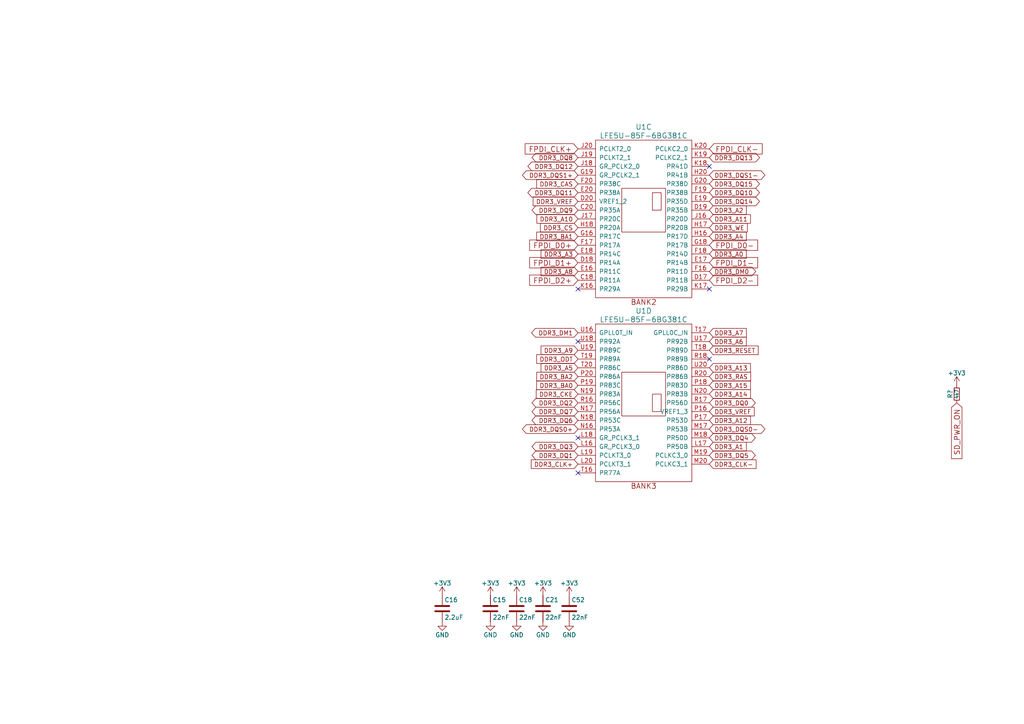
<source format=kicad_sch>
(kicad_sch (version 20231120) (generator "eeschema") (generator_version "8.0")
  (paper "A4")
  (title_block (title "${project_name}") (date "2025-03-12") (rev "${project_version}") (company "${project_creator}") (comment 1 "SDRAM memory") (comment 2 "License: ${project_license}"))
  (lib_symbols
    (symbol "Device:C" (pin_numbers hide) (pin_names (offset 0.254))
      (property "Reference" "C" (at 0.635 2.54 0))
      (property "Value" "C" (at 0.635 -2.54 0))
      (symbol "C_0_1"
        (polyline (pts (xy -2.032 -0.762) (xy 2.032 -0.762)) (stroke (width 0.508)))
        (polyline (pts (xy -2.032 0.762) (xy 2.032 0.762)) (stroke (width 0.508)))
      )
      (symbol "C_1_1"
        (pin passive line (at 0 3.81 270) (length 2.794) (name "~") (number "1"))
        (pin passive line (at 0 -3.81 90) (length 2.794) (name "~") (number "2"))
      )
    )
    (symbol "Device:R_Small" (pin_numbers hide) (pin_names (offset 0.254) hide)
      (property "Reference" "R" (at 0.762 0.508 0))
      (property "Value" "R_Small" (at 0.762 -1.016 0))
      (symbol "R_Small_0_1"
        (rectangle (start -0.762 1.778) (end 0.762 -1.778) (stroke (width 0.2032)))
      )
      (symbol "R_Small_1_1"
        (pin passive line (at 0 2.54 270) (length 0.762) (name "~") (number "1"))
        (pin passive line (at 0 -2.54 90) (length 0.762) (name "~") (number "2"))
      )
    )
    (symbol "lfe5bg381:LFE5UM-85F-6BG381C" (pin_names (offset 1.016))
      (property "Reference" "U" (at 0 24.13 0))
      (property "Value" "LFE5UM-85F-6BG381C" (at 0 21.59 0))
      (symbol "LFE5UM-85F-6BG381C_1_1"
        (rectangle (start -13.97 20.32) (end 13.97 -17.78))
        (rectangle (start -6.35 6.35) (end 6.35 -6.35))
        (rectangle (start -5.08 5.08) (end 0 2.54))
        (text "BANK0" (at 0 -19.05 0) (effects (font (size 1.524 1.524))))
        (pin input line (at -19.05 15.24 0) (length 5.08) (name "PCLKT0_1") (number "A10"))
        (pin input line (at 19.05 15.24 180) (length 5.08) (name "PCLKC0_1") (number "A11"))
        (pin input line (at -19.05 -10.16 0) (length 5.08) (name "PT4A") (number "A6"))
        (pin input line (at -19.05 5.08 0) (length 5.08) (name "PT18A") (number "A7"))
        (pin input line (at 19.05 5.08 180) (length 5.08) (name "PT18B") (number "A8"))
        (pin input line (at -19.05 12.7 0) (length 5.08) (name "GR_PCLK0_1") (number "A9"))
        (pin input line (at 19.05 12.7 180) (length 5.08) (name "GR_PCLK0_0") (number "B10"))
        (pin input line (at -19.05 17.78 0) (length 5.08) (name "PCLKT0_0") (number "B11"))
        (pin input line (at 19.05 -10.16 180) (length 5.08) (name "PT4B") (number "B6"))
        (pin input line (at 19.05 2.54 180) (length 5.08) (name "PT15B") (number "B8"))
        (pin input line (at -19.05 10.16 0) (length 5.08) (name "PT58A") (number "B9"))
        (pin input line (at 19.05 10.16 180) (length 5.08) (name "PT58B") (number "C10"))
        (pin input line (at 19.05 17.78 180) (length 5.08) (name "PCLKC0_0") (number "C11"))
        (pin input line (at -19.05 -2.54 0) (length 5.08) (name "PT11A") (number "C6"))
        (pin input line (at 19.05 -2.54 180) (length 5.08) (name "PT11B") (number "C7"))
        (pin input line (at -19.05 2.54 0) (length 5.08) (name "PT15A") (number "C8"))
        (pin input line (at -19.05 -15.24 0) (length 5.08) (name "PT54A") (number "C9"))
        (pin input line (at -19.05 -12.7 0) (length 5.08) (name "PT56A") (number "D10"))
        (pin input line (at 19.05 -7.62 180) (length 5.08) (name "PT6B") (number "D6"))
        (pin input line (at 19.05 -5.08 180) (length 5.08) (name "PT9B") (number "D7"))
        (pin input line (at 19.05 0 180) (length 5.08) (name "PT13B") (number "D8"))
        (pin input line (at -19.05 7.62 0) (length 5.08) (name "PT20A") (number "D9"))
        (pin input line (at 19.05 -12.7 180) (length 5.08) (name "PT56B") (number "E10"))
        (pin input line (at -19.05 -7.62 0) (length 5.08) (name "PT6A") (number "E6"))
        (pin input line (at -19.05 -5.08 0) (length 5.08) (name "PT9A") (number "E7"))
        (pin input line (at -19.05 0 0) (length 5.08) (name "PT13A") (number "E8"))
        (pin input line (at 19.05 7.62 180) (length 5.08) (name "PT20B") (number "E9"))
      )
      (symbol "LFE5UM-85F-6BG381C_2_0"
        (text "BANK1" (at 0 -26.67 0) (effects (font (size 1.524 1.524))))
      )
      (symbol "LFE5UM-85F-6BG381C_2_1"
        (rectangle (start -13.97 20.32) (end 13.97 -25.4))
        (rectangle (start -6.35 6.35) (end 6.35 -6.35))
        (rectangle (start 0 5.08) (end 5.08 2.54))
        (pin input line (at -19.05 -12.7 0) (length 5.08) (name "PT76A") (number "A12"))
        (pin input line (at 19.05 -12.7 180) (length 5.08) (name "PT76B") (number "A13"))
        (pin input line (at -19.05 -5.08 0) (length 5.08) (name "PT83A") (number "A14"))
        (pin input line (at -19.05 -22.86 0) (length 5.08) (name "PT103A") (number "A15"))
        (pin input line (at -19.05 5.08 0) (length 5.08) (name "PT110A") (number "A16"))
        (pin input line (at -19.05 12.7 0) (length 5.08) (name "PT116A") (number "A17"))
        (pin input line (at -19.05 15.24 0) (length 5.08) (name "PT119A") (number "A18"))
        (pin input line (at -19.05 17.78 0) (length 5.08) (name "PT121A") (number "A19"))
        (pin input line (at -19.05 -17.78 0) (length 5.08) (name "PCLKT1_0") (number "B12"))
        (pin input line (at -19.05 -10.16 0) (length 5.08) (name "PT78A") (number "B13"))
        (pin input line (at -19.05 0 0) (length 5.08) (name "PT105A") (number "B15"))
        (pin input line (at 19.05 5.08 180) (length 5.08) (name "PT110B") (number "B16"))
        (pin input line (at -19.05 10.16 0) (length 5.08) (name "PT114A") (number "B17"))
        (pin input line (at 19.05 12.7 180) (length 5.08) (name "PT116B") (number "B18"))
        (pin input line (at 19.05 15.24 180) (length 5.08) (name "PT119B") (number "B19"))
        (pin input line (at 19.05 17.78 180) (length 5.08) (name "PT121B") (number "B20"))
        (pin input line (at 19.05 -17.78 180) (length 5.08) (name "PCLKC1_0") (number "C12"))
        (pin input line (at 19.05 -10.16 180) (length 5.08) (name "PT78B") (number "C13"))
        (pin input line (at 19.05 -5.08 180) (length 5.08) (name "PT83B") (number "C14"))
        (pin input line (at 19.05 0 180) (length 5.08) (name "PT105B") (number "C15"))
        (pin input line (at -19.05 7.62 0) (length 5.08) (name "PT112A") (number "C16"))
        (pin input line (at 19.05 10.16 180) (length 5.08) (name "PT114B") (number "C17"))
        (pin input line (at -19.05 -20.32 0) (length 5.08) (name "PCLKT1_1") (number "D11"))
        (pin input line (at -19.05 -15.24 0) (length 5.08) (name "GR_PCLK1_0") (number "D12"))
        (pin input line (at -19.05 -7.62 0) (length 5.08) (name "PT80A") (number "D13"))
        (pin input line (at -19.05 -2.54 0) (length 5.08) (name "PT85A") (number "D14"))
        (pin input line (at -19.05 2.54 0) (length 5.08) (name "PT107A") (number "D15"))
        (pin input line (at 19.05 7.62 180) (length 5.08) (name "PT112B") (number "D16"))
        (pin input line (at 19.05 -20.32 180) (length 5.08) (name "PCLKC1_1") (number "E11"))
        (pin input line (at 19.05 -15.24 180) (length 5.08) (name "GR_PCLK1_1") (number "E12"))
        (pin input line (at 19.05 -7.62 180) (length 5.08) (name "PT80B") (number "E13"))
        (pin input line (at 19.05 -2.54 180) (length 5.08) (name "PT85B") (number "E14"))
        (pin input line (at 19.05 2.54 180) (length 5.08) (name "PT107B") (number "E15"))
      )
      (symbol "LFE5UM-85F-6BG381C_3_0"
        (text "BANK2" (at 0 -26.67 0) (effects (font (size 1.524 1.524))))
      )
      (symbol "LFE5UM-85F-6BG381C_3_1"
        (rectangle (start -13.97 20.32) (end 13.97 -25.4))
        (rectangle (start -6.35 6.35) (end 6.35 -6.35))
        (rectangle (start 5.08 5.08) (end 2.54 0))
        (pin input line (at -19.05 -20.32 0) (length 5.08) (name "PR11A") (number "C18"))
        (pin input line (at -19.05 0 0) (length 5.08) (name "PR35A") (number "C20"))
        (pin input line (at 19.05 -20.32 180) (length 5.08) (name "PR11B") (number "D17"))
        (pin input line (at -19.05 -15.24 0) (length 5.08) (name "PR14A") (number "D18"))
        (pin input line (at 19.05 0 180) (length 5.08) (name "PR35B") (number "D19"))
        (pin input line (at -19.05 2.54 0) (length 5.08) (name "VREF1_2") (number "D20"))
        (pin input line (at -19.05 -17.78 0) (length 5.08) (name "PR11C") (number "E16"))
        (pin input line (at 19.05 -15.24 180) (length 5.08) (name "PR14B") (number "E17"))
        (pin input line (at -19.05 -12.7 0) (length 5.08) (name "PR14C") (number "E18"))
        (pin input line (at 19.05 2.54 180) (length 5.08) (name "PR35D") (number "E19"))
        (pin input line (at -19.05 5.08 0) (length 5.08) (name "PR38A") (number "E20"))
        (pin input line (at 19.05 -17.78 180) (length 5.08) (name "PR11D") (number "F16"))
        (pin input line (at -19.05 -10.16 0) (length 5.08) (name "PR17A") (number "F17"))
        (pin input line (at 19.05 -12.7 180) (length 5.08) (name "PR14D") (number "F18"))
        (pin input line (at 19.05 5.08 180) (length 5.08) (name "PR38B") (number "F19"))
        (pin input line (at -19.05 7.62 0) (length 5.08) (name "PR38C") (number "F20"))
        (pin input line (at -19.05 -7.62 0) (length 5.08) (name "PR17C") (number "G16"))
        (pin input line (at 19.05 -10.16 180) (length 5.08) (name "PR17B") (number "G18"))
        (pin input line (at -19.05 10.16 0) (length 5.08) (name "GR_PCLK2_1") (number "G19"))
        (pin input line (at 19.05 7.62 180) (length 5.08) (name "PR38D") (number "G20"))
        (pin input line (at 19.05 -7.62 180) (length 5.08) (name "PR17D") (number "H16"))
        (pin input line (at 19.05 -5.08 180) (length 5.08) (name "PR20B") (number "H17"))
        (pin input line (at -19.05 -5.08 0) (length 5.08) (name "PR20A") (number "H18"))
        (pin input line (at 19.05 10.16 180) (length 5.08) (name "PR41B") (number "H20"))
        (pin input line (at 19.05 -2.54 180) (length 5.08) (name "PR20D") (number "J16"))
        (pin input line (at -19.05 -2.54 0) (length 5.08) (name "PR20C") (number "J17"))
        (pin input line (at -19.05 12.7 0) (length 5.08) (name "GR_PCLK2_0") (number "J18"))
        (pin input line (at -19.05 15.24 0) (length 5.08) (name "PCLKT2_1") (number "J19"))
        (pin input line (at -19.05 17.78 0) (length 5.08) (name "PCLKT2_0") (number "J20"))
        (pin input line (at -19.05 -22.86 0) (length 5.08) (name "PR29A") (number "K16"))
        (pin input line (at 19.05 -22.86 180) (length 5.08) (name "PR29B") (number "K17"))
        (pin input line (at 19.05 12.7 180) (length 5.08) (name "PR41D") (number "K18"))
        (pin input line (at 19.05 15.24 180) (length 5.08) (name "PCLKC2_1") (number "K19"))
        (pin input line (at 19.05 17.78 180) (length 5.08) (name "PCLKC2_0") (number "K20"))
      )
      (symbol "LFE5UM-85F-6BG381C_4_0"
        (text "BANK3" (at 0 -26.67 0) (effects (font (size 1.524 1.524))))
      )
      (symbol "LFE5UM-85F-6BG381C_4_1"
        (rectangle (start -13.97 20.32) (end 13.97 -25.4))
        (rectangle (start -6.35 6.35) (end 6.35 -6.35))
        (rectangle (start 2.54 0) (end 5.08 -5.08))
        (pin input line (at -19.05 -15.24 0) (length 5.08) (name "GR_PCLK3_0") (number "L16"))
        (pin input line (at 19.05 -15.24 180) (length 5.08) (name "PR50B") (number "L17"))
        (pin input line (at -19.05 -12.7 0) (length 5.08) (name "GR_PCLK3_1") (number "L18"))
        (pin input line (at -19.05 -17.78 0) (length 5.08) (name "PCLKT3_0") (number "L19"))
        (pin input line (at -19.05 -20.32 0) (length 5.08) (name "PCLKT3_1") (number "L20"))
        (pin input line (at 19.05 -10.16 180) (length 5.08) (name "PR53B") (number "M17"))
        (pin input line (at 19.05 -12.7 180) (length 5.08) (name "PR50D") (number "M18"))
        (pin input line (at 19.05 -17.78 180) (length 5.08) (name "PCLKC3_0") (number "M19"))
        (pin input line (at 19.05 -20.32 180) (length 5.08) (name "PCLKC3_1") (number "M20"))
        (pin input line (at -19.05 -10.16 0) (length 5.08) (name "PR53A") (number "N16"))
        (pin input line (at -19.05 -5.08 0) (length 5.08) (name "PR56A") (number "N17"))
        (pin input line (at -19.05 -7.62 0) (length 5.08) (name "PR53C") (number "N18"))
        (pin input line (at -19.05 0 0) (length 5.08) (name "PR83A") (number "N19"))
        (pin input line (at 19.05 0 180) (length 5.08) (name "PR83B") (number "N20"))
        (pin input line (at 19.05 -5.08 180) (length 5.08) (name "VREF1_3") (number "P16"))
        (pin input line (at 19.05 -7.62 180) (length 5.08) (name "PR53D") (number "P17"))
        (pin input line (at 19.05 2.54 180) (length 5.08) (name "PR83D") (number "P18"))
        (pin input line (at -19.05 2.54 0) (length 5.08) (name "PR83C") (number "P19"))
        (pin input line (at -19.05 5.08 0) (length 5.08) (name "PR86A") (number "P20"))
        (pin input line (at -19.05 -2.54 0) (length 5.08) (name "PR56C") (number "R16"))
        (pin input line (at 19.05 -2.54 180) (length 5.08) (name "PR56D") (number "R17"))
        (pin input line (at 19.05 10.16 180) (length 5.08) (name "PR89B") (number "R18"))
        (pin input line (at 19.05 5.08 180) (length 5.08) (name "PR86B") (number "R20"))
        (pin input line (at -19.05 -22.86 0) (length 5.08) (name "PR77A") (number "T16"))
        (pin input line (at 19.05 17.78 180) (length 5.08) (name "GPLL0C_IN") (number "T17"))
        (pin input line (at 19.05 12.7 180) (length 5.08) (name "PR89D") (number "T18"))
        (pin input line (at -19.05 10.16 0) (length 5.08) (name "PR89A") (number "T19"))
        (pin input line (at -19.05 7.62 0) (length 5.08) (name "PR86C") (number "T20"))
        (pin input line (at -19.05 17.78 0) (length 5.08) (name "GPLL0T_IN") (number "U16"))
        (pin input line (at 19.05 15.24 180) (length 5.08) (name "PR92B") (number "U17"))
        (pin input line (at -19.05 15.24 0) (length 5.08) (name "PR92A") (number "U18"))
        (pin input line (at -19.05 12.7 0) (length 5.08) (name "PR89C") (number "U19"))
        (pin input line (at 19.05 7.62 180) (length 5.08) (name "PR86D") (number "U20"))
      )
      (symbol "LFE5UM-85F-6BG381C_5_0"
        (text "BANK6" (at 0 -26.67 0) (effects (font (size 1.524 1.524))))
      )
      (symbol "LFE5UM-85F-6BG381C_5_1"
        (rectangle (start -13.97 20.32) (end 13.97 -25.4))
        (rectangle (start -6.35 6.35) (end 6.35 -6.35))
        (rectangle (start -5.08 0) (end -2.54 -5.08))
        (pin input line (at 19.05 15.24 180) (length 5.08) (name "PCLKC6_1") (number "F1"))
        (pin input line (at 19.05 17.78 180) (length 5.08) (name "PCLKC6_0") (number "G1"))
        (pin input line (at -19.05 15.24 0) (length 5.08) (name "PCLKT6_1") (number "G2"))
        (pin input line (at -19.05 7.62 0) (length 5.08) (name "PL53C") (number "H1"))
        (pin input line (at -19.05 17.78 0) (length 5.08) (name "PCLKT6_0") (number "H2"))
        (pin input line (at 19.05 5.08 180) (length 5.08) (name "PL53B") (number "J1"))
        (pin input line (at -19.05 12.7 0) (length 5.08) (name "GR_PCLK6_1") (number "J3"))
        (pin input line (at -19.05 10.16 0) (length 5.08) (name "GR_PCLK6_0") (number "J4"))
        (pin input line (at 19.05 10.16 180) (length 5.08) (name "PL50B") (number "J5"))
        (pin input line (at 19.05 7.62 180) (length 5.08) (name "PL53D") (number "K1"))
        (pin input line (at -19.05 5.08 0) (length 5.08) (name "PL53A") (number "K2"))
        (pin input line (at 19.05 12.7 180) (length 5.08) (name "PL50D") (number "K3"))
        (pin input line (at -19.05 0 0) (length 5.08) (name "PL56A") (number "K4"))
        (pin input line (at 19.05 0 180) (length 5.08) (name "VREF1_6") (number "K5"))
        (pin input line (at -19.05 -12.7 0) (length 5.08) (name "PL65C") (number "L1"))
        (pin input line (at 19.05 -7.62 180) (length 5.08) (name "PL86D") (number "L2"))
        (pin input line (at -19.05 -7.62 0) (length 5.08) (name "PL86C") (number "L3"))
        (pin input line (at -19.05 2.54 0) (length 5.08) (name "PL56C") (number "L4"))
        (pin input line (at 19.05 2.54 180) (length 5.08) (name "PL56D") (number "L5"))
        (pin input line (at 19.05 -15.24 180) (length 5.08) (name "PL89B") (number "M1"))
        (pin input line (at 19.05 -10.16 180) (length 5.08) (name "PL86B") (number "M3"))
        (pin input line (at -19.05 -5.08 0) (length 5.08) (name "PL83A") (number "M4"))
        (pin input line (at -19.05 -22.86 0) (length 5.08) (name "PL77A") (number "M5"))
        (pin input line (at 19.05 -12.7 180) (length 5.08) (name "PL89D") (number "N1"))
        (pin input line (at -19.05 -15.24 0) (length 5.08) (name "PL65A") (number "N2"))
        (pin input line (at -19.05 -10.16 0) (length 5.08) (name "PL86A") (number "N3"))
        (pin input line (at -19.05 -2.54 0) (length 5.08) (name "PL83C") (number "N4"))
        (pin input line (at 19.05 -5.08 180) (length 5.08) (name "PL83B") (number "N5"))
        (pin input line (at -19.05 -20.32 0) (length 5.08) (name "PL92A") (number "P1"))
        (pin input line (at 19.05 -20.32 180) (length 5.08) (name "PL92B") (number "P2"))
        (pin input line (at -19.05 -17.78 0) (length 5.08) (name "GPLL0T_IN") (number "P3"))
        (pin input line (at 19.05 -17.78 180) (length 5.08) (name "GPLL0C_IN") (number "P4"))
        (pin input line (at 19.05 -2.54 180) (length 5.08) (name "PL83D") (number "P5"))
      )
      (symbol "LFE5UM-85F-6BG381C_6_0"
        (text "BANK7" (at 0 -24.13 0) (effects (font (size 1.524 1.524))))
      )
      (symbol "LFE5UM-85F-6BG381C_6_1"
        (rectangle (start -13.97 20.32) (end 13.97 -22.86))
        (rectangle (start -6.35 6.35) (end 6.35 -6.35))
        (rectangle (start -5.08 5.08) (end -2.54 0))
        (pin input line (at -19.05 -5.08 0) (length 5.08) (name "PL35A") (number "A2"))
        (pin input line (at -19.05 12.7 0) (length 5.08) (name "PL14C") (number "A3"))
        (pin input line (at -19.05 15.24 0) (length 5.08) (name "PL11A") (number "A4"))
        (pin input line (at 19.05 15.24 180) (length 5.08) (name "PL11B") (number "A5"))
        (pin input line (at 19.05 -5.08 180) (length 5.08) (name "PL35B") (number "B1"))
        (pin input line (at -19.05 -2.54 0) (length 5.08) (name "VREF1_7") (number "B2"))
        (pin input line (at 19.05 12.7 180) (length 5.08) (name "PL14D") (number "B3"))
        (pin input line (at 19.05 10.16 180) (length 5.08) (name "PL14B") (number "B4"))
        (pin input line (at -19.05 17.78 0) (length 5.08) (name "PL11C") (number "B5"))
        (pin input line (at -19.05 -10.16 0) (length 5.08) (name "PL38A") (number "C1"))
        (pin input line (at 19.05 -2.54 180) (length 5.08) (name "PL35D") (number "C2"))
        (pin input line (at -19.05 7.62 0) (length 5.08) (name "PL17C") (number "C3"))
        (pin input line (at -19.05 10.16 0) (length 5.08) (name "PL14A") (number "C4"))
        (pin input line (at 19.05 17.78 180) (length 5.08) (name "PL11D") (number "C5"))
        (pin input line (at 19.05 -10.16 180) (length 5.08) (name "PL38B") (number "D1"))
        (pin input line (at -19.05 -7.62 0) (length 5.08) (name "PL38C") (number "D2"))
        (pin input line (at 19.05 7.62 180) (length 5.08) (name "PL17D") (number "D3"))
        (pin input line (at 19.05 5.08 180) (length 5.08) (name "PL17B") (number "D5"))
        (pin input line (at 19.05 -7.62 180) (length 5.08) (name "PL38D") (number "E1"))
        (pin input line (at 19.05 -17.78 180) (length 5.08) (name "PCLKC7_0") (number "E2"))
        (pin input line (at 19.05 0 180) (length 5.08) (name "PL20B") (number "E3"))
        (pin input line (at -19.05 5.08 0) (length 5.08) (name "PL17A") (number "E4"))
        (pin input line (at -19.05 2.54 0) (length 5.08) (name "PL20C") (number "E5"))
        (pin input line (at -19.05 -17.78 0) (length 5.08) (name "PCLKT7_0") (number "F2"))
        (pin input line (at 19.05 -20.32 180) (length 5.08) (name "PCLKC7_1") (number "F3"))
        (pin input line (at -19.05 0 0) (length 5.08) (name "PL20A") (number "F4"))
        (pin input line (at 19.05 2.54 180) (length 5.08) (name "PL20D") (number "F5"))
        (pin input line (at -19.05 -20.32 0) (length 5.08) (name "PCLKT7_1") (number "G3"))
        (pin input line (at 19.05 -15.24 180) (length 5.08) (name "PL41B") (number "G5"))
        (pin input line (at 19.05 -12.7 180) (length 5.08) (name "PL41D") (number "H3"))
        (pin input line (at -19.05 -15.24 0) (length 5.08) (name "GR_PCLK7_1") (number "H4"))
        (pin input line (at -19.05 -12.7 0) (length 5.08) (name "GR_PCLK7_0") (number "H5"))
      )
      (symbol "LFE5UM-85F-6BG381C_7_0"
        (text "BANK8" (at 0 -24.13 0) (effects (font (size 1.524 1.524))))
      )
      (symbol "LFE5UM-85F-6BG381C_7_1"
        (rectangle (start -13.97 20.32) (end 13.97 -22.86))
        (rectangle (start -6.35 6.35) (end 6.35 -6.35))
        (rectangle (start -5.08 -5.08) (end 0 -2.54))
        (pin input line (at -19.05 17.78 0) (length 5.08) (name "D7") (number "R1"))
        (pin input line (at -19.05 5.08 0) (length 5.08) (name "CSSPIN") (number "R2"))
        (pin input line (at 19.05 5.08 180) (length 5.08) (name "DOUT/CSOn") (number "R3"))
        (pin input line (at -19.05 -10.16 0) (length 5.08) (name "CFG_2") (number "R4"))
        (pin input line (at 19.05 17.78 180) (length 5.08) (name "D6") (number "T1"))
        (pin input line (at -19.05 7.62 0) (length 5.08) (name "SN/CSn") (number "T2"))
        (pin input line (at -19.05 -2.54 0) (length 5.08) (name "WRITEn") (number "T3"))
        (pin input line (at -19.05 -12.7 0) (length 5.08) (name "CFG_1") (number "T4"))
        (pin input line (at -19.05 15.24 0) (length 5.08) (name "D5/MISO2") (number "U1"))
        (pin input line (at 19.05 7.62 180) (length 5.08) (name "CS1n") (number "U2"))
        (pin input line (at -19.05 -5.08 0) (length 5.08) (name "CCLK") (number "U3"))
        (pin input line (at -19.05 -15.24 0) (length 5.08) (name "CFG_0") (number "U4"))
        (pin input line (at 19.05 15.24 180) (length 5.08) (name "D4/MOSI2") (number "V1"))
        (pin input line (at -19.05 10.16 0) (length 5.08) (name "D1/MISO") (number "V2"))
        (pin input line (at -19.05 2.54 0) (length 5.08) (name "INITn") (number "V3"))
        (pin input line (at -19.05 12.7 0) (length 5.08) (name "D3/HOLDn") (number "W1"))
        (pin input line (at 19.05 10.16 180) (length 5.08) (name "D0/MOSI") (number "W2"))
        (pin input line (at -19.05 0 0) (length 5.08) (name "PROGRAMn") (number "W3"))
        (pin input line (at 19.05 12.7 180) (length 5.08) (name "D2/WPn") (number "Y2"))
        (pin input line (at -19.05 -7.62 0) (length 5.08) (name "DONE") (number "Y3"))
      )
      (symbol "LFE5UM-85F-6BG381C_8_0"
        (text "BANK50,51" (at 0 -27.94 0) (effects (font (size 1.524 1.524))))
        (text "SERDES" (at 0 -30.48 0) (effects (font (size 1.524 1.524))))
      )
      (symbol "LFE5UM-85F-6BG381C_8_1"
        (rectangle (start -16.51 25.4) (end 16.51 -26.67))
        (rectangle (start -6.35 6.35) (end 6.35 -6.35))
        (rectangle (start 3.81 -5.08) (end -3.81 -3.81))
        (pin input line (at 21.59 8.89 180) (length 5.08) (name "VCCHTX0_D0CH1") (number "T10"))
        (pin input line (at -21.59 -7.62 0) (length 5.08) (name "VCCHTX0_D1CH0") (number "T11"))
        (pin input line (at -21.59 -10.16 0) (length 5.08) (name "VCCHRX0_D1CH0") (number "T12"))
        (pin input line (at 21.59 -10.16 180) (length 5.08) (name "VCCHRX0_D1CH1") (number "T13"))
        (pin input line (at 21.59 -7.62 180) (length 5.08) (name "VCCHTX0_D1CH1") (number "T14"))
        (pin input line (at -21.59 -2.54 0) (length 5.08) (name "VCCA1") (number "T15"))
        (pin input line (at -21.59 3.81 0) (length 5.08) (name "VCCA0") (number "T6"))
        (pin input line (at -21.59 8.89 0) (length 5.08) (name "VCCHTX0_D0CH0") (number "T7"))
        (pin input line (at -21.59 6.35 0) (length 5.08) (name "VCCHRX0_D0CH0") (number "T8"))
        (pin input line (at 21.59 6.35 180) (length 5.08) (name "VCCHRX0_D0CH1") (number "T9"))
        (pin input line (at -21.59 -5.08 0) (length 5.08) (name "VCCA1") (number "U15"))
        (pin input line (at -21.59 1.27 0) (length 5.08) (name "VCCA0") (number "U6"))
        (pin input line (at 21.59 3.81 180) (length 5.08) (name "VCCAUXA0") (number "V10"))
        (pin input line (at 21.59 1.27 180) (length 5.08) (name "VCCAUXA0") (number "V11"))
        (pin input line (at 21.59 -2.54 180) (length 5.08) (name "VCCAUXA1") (number "V17"))
        (pin input line (at 21.59 -5.08 180) (length 5.08) (name "VCCAUXA1") (number "V18"))
        (pin input line (at -21.59 -16.51 0) (length 5.08) (name "HDTXP0_D1CH0") (number "W13"))
        (pin input line (at 21.59 -16.51 180) (length 5.08) (name "HDTXN0_D1CH0") (number "W14"))
        (pin input line (at -21.59 -21.59 0) (length 5.08) (name "HDTXP0_D1CH1") (number "W17"))
        (pin input line (at 21.59 -21.59 180) (length 5.08) (name "HDTXN0_D1CH1") (number "W18"))
        (pin input line (at 21.59 -13.97 180) (length 5.08) (name "REFCLKN_D1") (number "W20"))
        (pin input line (at -21.59 20.32 0) (length 5.08) (name "HDTXP0_D0CH0") (number "W4"))
        (pin input line (at 21.59 20.32 180) (length 5.08) (name "HDTXN0_D0CH0") (number "W5"))
        (pin input line (at -21.59 15.24 0) (length 5.08) (name "HDTXP0_D0CH1") (number "W8"))
        (pin input line (at 21.59 15.24 180) (length 5.08) (name "HDTXN0_D0CH1") (number "W9"))
        (pin input line (at -21.59 22.86 0) (length 5.08) (name "REFCLKP_D0") (number "Y11"))
        (pin input line (at 21.59 22.86 180) (length 5.08) (name "REFCLKN_D0") (number "Y12"))
        (pin input line (at -21.59 -19.05 0) (length 5.08) (name "HDRXP0_D1CH0") (number "Y14"))
        (pin input line (at 21.59 -19.05 180) (length 5.08) (name "HDRXN0_D1CH0") (number "Y15"))
        (pin input line (at -21.59 -24.13 0) (length 5.08) (name "HDRXP0_D1CH1") (number "Y16"))
        (pin input line (at 21.59 -24.13 180) (length 5.08) (name "HDRXN0_D1CH1") (number "Y17"))
        (pin input line (at -21.59 -13.97 0) (length 5.08) (name "REFCLKP_D1") (number "Y19"))
        (pin input line (at -21.59 17.78 0) (length 5.08) (name "HDRXP0_D0CH0") (number "Y5"))
        (pin input line (at 21.59 17.78 180) (length 5.08) (name "HDRXN0_D0CH0") (number "Y6"))
        (pin input line (at -21.59 12.7 0) (length 5.08) (name "HDRXP0_D0CH1") (number "Y7"))
        (pin input line (at 21.59 12.7 180) (length 5.08) (name "HDRXN0_D0CH1") (number "Y8"))
      )
      (symbol "LFE5UM-85F-6BG381C_9_1"
        (rectangle (start -109.22 11.43) (end 118.11 -12.7))
        (rectangle (start -6.35 6.35) (end 6.35 -6.35))
        (rectangle (start -2.54 2.54) (end 2.54 -2.54))
        (text "POWER" (at 0 3.81 0) (effects (font (size 1.524 1.524))))
        (pin input line (at -77.47 -17.78 90) (length 5.08) (name "GND") (number "B14"))
        (pin input line (at 13.97 -17.78 90) (length 5.08) (name "GND") (number "B7"))
        (pin input line (at -97.79 -17.78 90) (length 5.08) (name "GND") (number "C19"))
        (pin input line (at 41.91 -17.78 90) (length 5.08) (name "GND") (number "D4"))
        (pin input line (at -40.64 16.51 270) (length 5.08) (name "VCCio0") (number "F10"))
        (pin input line (at -30.48 16.51 270) (length 5.08) (name "VCCio1") (number "F11"))
        (pin input line (at -33.02 16.51 270) (length 5.08) (name "VCCio1") (number "F12"))
        (pin input line (at -57.15 -17.78 90) (length 5.08) (name "GND") (number "F13"))
        (pin input line (at -74.93 -17.78 90) (length 5.08) (name "GND") (number "F14"))
        (pin input line (at -53.34 16.51 270) (length 5.08) (name "VCCAUX") (number "F15"))
        (pin input line (at -48.26 16.51 270) (length 5.08) (name "VCCAUX") (number "F6"))
        (pin input line (at 16.51 -17.78 90) (length 5.08) (name "GND") (number "F7"))
        (pin input line (at 6.35 -17.78 90) (length 5.08) (name "GND") (number "F8"))
        (pin input line (at -38.1 16.51 270) (length 5.08) (name "VCCio0") (number "F9"))
        (pin input line (at -19.05 -17.78 90) (length 5.08) (name "GND") (number "G10"))
        (pin input line (at -34.29 -17.78 90) (length 5.08) (name "GND") (number "G11"))
        (pin input line (at -49.53 -17.78 90) (length 5.08) (name "GND") (number "G12"))
        (pin input line (at -54.61 -17.78 90) (length 5.08) (name "GND") (number "G13"))
        (pin input line (at -72.39 -17.78 90) (length 5.08) (name "GND") (number "G14"))
        (pin input line (at -85.09 -17.78 90) (length 5.08) (name "GND") (number "G15"))
        (pin input line (at -90.17 -17.78 90) (length 5.08) (name "GND") (number "G17"))
        (pin input line (at 44.45 -17.78 90) (length 5.08) (name "GND") (number "G4"))
        (pin input line (at 34.29 -17.78 90) (length 5.08) (name "GND") (number "G6"))
        (pin input line (at 19.05 -17.78 90) (length 5.08) (name "GND") (number "G7"))
        (pin input line (at 8.89 -17.78 90) (length 5.08) (name "GND") (number "G8"))
        (pin input line (at -6.35 -17.78 90) (length 5.08) (name "GND") (number "G9"))
        (pin input line (at -81.28 16.51 270) (length 5.08) (name "VCC") (number "H10"))
        (pin input line (at -86.36 16.51 270) (length 5.08) (name "VCC") (number "H11"))
        (pin input line (at -91.44 16.51 270) (length 5.08) (name "VCC") (number "H12"))
        (pin input line (at -106.68 16.51 270) (length 5.08) (name "VCC") (number "H13"))
        (pin input line (at -20.32 16.51 270) (length 5.08) (name "VCCio2") (number "H14"))
        (pin input line (at -25.4 16.51 270) (length 5.08) (name "VCCio2") (number "H15"))
        (pin input line (at -95.25 -17.78 90) (length 5.08) (name "GND") (number "H19"))
        (pin input line (at 29.21 16.51 270) (length 5.08) (name "VCCio7") (number "H6"))
        (pin input line (at 26.67 16.51 270) (length 5.08) (name "VCCio7") (number "H7"))
        (pin input line (at -71.12 16.51 270) (length 5.08) (name "VCC") (number "H8"))
        (pin input line (at -76.2 16.51 270) (length 5.08) (name "VCC") (number "H9"))
        (pin input line (at -16.51 -17.78 90) (length 5.08) (name "GND") (number "J10"))
        (pin input line (at -31.75 -17.78 90) (length 5.08) (name "GND") (number "J11"))
        (pin input line (at -46.99 -17.78 90) (length 5.08) (name "GND") (number "J12"))
        (pin input line (at -104.14 16.51 270) (length 5.08) (name "VCC") (number "J13"))
        (pin input line (at -69.85 -17.78 90) (length 5.08) (name "GND") (number "J14"))
        (pin input line (at -22.86 16.51 270) (length 5.08) (name "VCCio2") (number "J15"))
        (pin input line (at 46.99 -17.78 90) (length 5.08) (name "GND") (number "J2"))
        (pin input line (at 31.75 16.51 270) (length 5.08) (name "VCCio7") (number "J6"))
        (pin input line (at 21.59 -17.78 90) (length 5.08) (name "GND") (number "J7"))
        (pin input line (at -68.58 16.51 270) (length 5.08) (name "VCC") (number "J8"))
        (pin input line (at -3.81 -17.78 90) (length 5.08) (name "GND") (number "J9"))
        (pin input line (at -13.97 -17.78 90) (length 5.08) (name "GND") (number "K10"))
        (pin input line (at -29.21 -17.78 90) (length 5.08) (name "GND") (number "K11"))
        (pin input line (at -44.45 -17.78 90) (length 5.08) (name "GND") (number "K12"))
        (pin input line (at -101.6 16.51 270) (length 5.08) (name "VCC") (number "K13"))
        (pin input line (at -67.31 -17.78 90) (length 5.08) (name "GND") (number "K14"))
        (pin input line (at -82.55 -17.78 90) (length 5.08) (name "GND") (number "K15"))
        (pin input line (at 36.83 -17.78 90) (length 5.08) (name "GND") (number "K6"))
        (pin input line (at 24.13 -17.78 90) (length 5.08) (name "GND") (number "K7"))
        (pin input line (at -66.04 16.51 270) (length 5.08) (name "VCC") (number "K8"))
        (pin input line (at -1.27 -17.78 90) (length 5.08) (name "GND") (number "K9"))
        (pin input line (at -11.43 -17.78 90) (length 5.08) (name "GND") (number "L10"))
        (pin input line (at -26.67 -17.78 90) (length 5.08) (name "GND") (number "L11"))
        (pin input line (at -41.91 -17.78 90) (length 5.08) (name "GND") (number "L12"))
        (pin input line (at -99.06 16.51 270) (length 5.08) (name "VCC") (number "L13"))
        (pin input line (at -10.16 16.51 270) (length 5.08) (name "VCCio3") (number "L14"))
        (pin input line (at -15.24 16.51 270) (length 5.08) (name "VCCio3") (number "L15"))
        (pin input line (at 19.05 16.51 270) (length 5.08) (name "VCCio6") (number "L6"))
        (pin input line (at 16.51 16.51 270) (length 5.08) (name "VCCio6") (number "L7"))
        (pin input line (at -63.5 16.51 270) (length 5.08) (name "VCC") (number "L8"))
        (pin input line (at 1.27 -17.78 90) (length 5.08) (name "GND") (number "L9"))
        (pin input line (at -8.89 -17.78 90) (length 5.08) (name "GND") (number "M10"))
        (pin input line (at -24.13 -17.78 90) (length 5.08) (name "GND") (number "M11"))
        (pin input line (at -39.37 -17.78 90) (length 5.08) (name "GND") (number "M12"))
        (pin input line (at -96.52 16.51 270) (length 5.08) (name "VCC") (number "M13"))
        (pin input line (at -64.77 -17.78 90) (length 5.08) (name "GND") (number "M14"))
        (pin input line (at -12.7 16.51 270) (length 5.08) (name "VCCio3") (number "M15"))
        (pin input line (at -87.63 -17.78 90) (length 5.08) (name "GND") (number "M16"))
        (pin input line (at 49.53 -17.78 90) (length 5.08) (name "GND") (number "M2"))
        (pin input line (at 21.59 16.51 270) (length 5.08) (name "VCCio6") (number "M6"))
        (pin input line (at 26.67 -17.78 90) (length 5.08) (name "GND") (number "M7"))
        (pin input line (at -60.96 16.51 270) (length 5.08) (name "VCC") (number "M8"))
        (pin input line (at 3.81 -17.78 90) (length 5.08) (name "GND") (number "M9"))
        (pin input line (at -78.74 16.51 270) (length 5.08) (name "VCC") (number "N10"))
        (pin input line (at -83.82 16.51 270) (length 5.08) (name "VCC") (number "N11"))
        (pin input line (at -88.9 16.51 270) (length 5.08) (name "VCC") (number "N12"))
        (pin input line (at -93.98 16.51 270) (length 5.08) (name "VCC") (number "N13"))
        (pin input line (at -62.23 -17.78 90) (length 5.08) (name "GND") (number "N14"))
        (pin input line (at -80.01 -17.78 90) (length 5.08) (name "GND") (number "N15"))
        (pin input line (at 39.37 -17.78 90) (length 5.08) (name "GND") (number "N6"))
        (pin input line (at 29.21 -17.78 90) (length 5.08) (name "GND") (number "N7"))
        (pin input line (at -58.42 16.51 270) (length 5.08) (name "VCC") (number "N8"))
        (pin input line (at -73.66 16.51 270) (length 5.08) (name "VCC") (number "N9"))
        (pin input line (at 36.83 16.51 270) (length 5.08) (name "VCCio8") (number "P10"))
        (pin input line (at -21.59 -17.78 90) (length 5.08) (name "GND") (number "P11"))
        (pin input line (at -36.83 -17.78 90) (length 5.08) (name "GND") (number "P12"))
        (pin input line (at -52.07 -17.78 90) (length 5.08) (name "GND") (number "P13"))
        (pin input line (at -59.69 -17.78 90) (length 5.08) (name "GND") (number "P14"))
        (pin input line (at -50.8 16.51 270) (length 5.08) (name "VCCAUX") (number "P15"))
        (pin input line (at -45.72 16.51 270) (length 5.08) (name "VCCAUX") (number "P6"))
        (pin input line (at 31.75 -17.78 90) (length 5.08) (name "GND") (number "P7"))
        (pin input line (at 11.43 -17.78 90) (length 5.08) (name "GND") (number "P8"))
        (pin input line (at 39.37 16.51 270) (length 5.08) (name "VCCio8") (number "P9"))
        (pin input line (at -92.71 -17.78 90) (length 5.08) (name "GND") (number "R19"))
        (pin input line (at 67.31 -17.78 90) (length 5.08) (name "GND") (number "U10"))
        (pin input line (at 115.57 -17.78 90) (length 5.08) (name "GND") (number "U11"))
        (pin input line (at 107.95 -17.78 90) (length 5.08) (name "GND") (number "U12"))
        (pin input line (at 102.87 -17.78 90) (length 5.08) (name "GND") (number "U13"))
        (pin input line (at 97.79 -17.78 90) (length 5.08) (name "GND") (number "U14"))
        (pin input line (at 59.69 -17.78 90) (length 5.08) (name "GND") (number "U7"))
        (pin input line (at 62.23 -17.78 90) (length 5.08) (name "GND") (number "U8"))
        (pin input line (at 64.77 -17.78 90) (length 5.08) (name "GND") (number "U9"))
        (pin input line (at 110.49 -17.78 90) (length 5.08) (name "GND") (number "V12"))
        (pin input line (at 105.41 -17.78 90) (length 5.08) (name "GND") (number "V13"))
        (pin input line (at 95.25 -17.78 90) (length 5.08) (name "GND") (number "V14"))
        (pin input line (at 82.55 -17.78 90) (length 5.08) (name "GND") (number "V15"))
        (pin input line (at 87.63 -17.78 90) (length 5.08) (name "GND") (number "V16"))
        (pin input line (at 92.71 -17.78 90) (length 5.08) (name "GND") (number "V19"))
        (pin input line (at 69.85 -17.78 90) (length 5.08) (name "GND") (number "V20"))
        (pin input line (at 72.39 -17.78 90) (length 5.08) (name "GND") (number "V5"))
        (pin input line (at 77.47 -17.78 90) (length 5.08) (name "GND") (number "V6"))
        (pin input line (at 52.07 -17.78 90) (length 5.08) (name "GND") (number "V7"))
        (pin input line (at 54.61 -17.78 90) (length 5.08) (name "GND") (number "V8"))
        (pin input line (at 57.15 -17.78 90) (length 5.08) (name "GND") (number "V9"))
        (pin input line (at 113.03 -17.78 90) (length 5.08) (name "GND") (number "W12"))
        (pin input line (at 100.33 -17.78 90) (length 5.08) (name "GND") (number "W15"))
        (pin input line (at 85.09 -17.78 90) (length 5.08) (name "GND") (number "W16"))
        (pin input line (at 90.17 -17.78 90) (length 5.08) (name "GND") (number "W19"))
        (pin input line (at 74.93 -17.78 90) (length 5.08) (name "GND") (number "W6"))
        (pin input line (at 80.01 -17.78 90) (length 5.08) (name "GND") (number "W7"))
      )
      (symbol "LFE5UM-85F-6BG381C_10_0"
        (text "JTAG" (at 0 1.27 0) (effects (font (size 1.524 1.524))))
      )
      (symbol "LFE5UM-85F-6BG381C_10_1"
        (rectangle (start -12.7 6.35) (end 7.62 -6.35))
        (text "PROG" (at 0 -1.27 0) (effects (font (size 1.524 1.524))))
        (pin input line (at -17.78 3.81 0) (length 5.08) (name "TDI") (number "R5"))
        (pin input line (at -17.78 -1.27 0) (length 5.08) (name "TCK") (number "T5"))
        (pin input line (at -17.78 -3.81 0) (length 5.08) (name "TMS") (number "U5"))
        (pin input line (at -17.78 1.27 0) (length 5.08) (name "TDO") (number "V4"))
      )
    )
    (symbol "ulx4m-rescue:+3V3-power" (power) (pin_names (offset 0))
      (property "Value" "power_+3V3" (at 0 3.556 0))
      (symbol "+3V3-power_0_1"
        (polyline (pts (xy -0.762 1.27) (xy 0 2.54)))
        (polyline (pts (xy 0 0) (xy 0 2.54)))
        (polyline (pts (xy 0 2.54) (xy 0.762 1.27)))
      )
      (symbol "+3V3-power_1_1"
        (pin power_in line (at 0 0 90) (length 0) hide (name "+3V3") (number "1"))
      )
    )
    (symbol "ulx4m-rescue:GND-power" (power) (pin_names (offset 0))
      (property "Value" "power_GND" (at 0 -3.81 0))
      (symbol "GND-power_0_1"
        (polyline (pts (xy 0 0) (xy 0 -1.27) (xy 1.27 -1.27) (xy 0 -2.54) (xy -1.27 -1.27) (xy 0 -1.27)))
      )
      (symbol "GND-power_1_1"
        (pin power_in line (at 0 0 270) (length 0) hide (name "GND") (number "1"))
      )
    )
  )
  (no_connect (at 167.64 137.16))
  (no_connect (at 205.74 83.82))
  (no_connect (at 205.74 48.26))
  (no_connect (at 205.74 104.14))
  (no_connect (at 167.64 127))
  (no_connect (at 167.64 83.82))
  (no_connect (at 167.64 99.06))
  (global_label "DDR3_DQ14" (shape bidirectional) (at 205.74 58.42 0) (property "Intersheetrefs" "${INTERSHEET_REFS}" (effects (hide yes))))
  (global_label "DDR3_A8" (shape input) (at 167.64 78.74 180) (property "Intersheetrefs" "${INTERSHEET_REFS}" (effects (hide yes))))
  (global_label "FPDI_D1+" (shape input) (at 167.64 76.2 180) (effects (font (size 1.524 1.524))) (property "Intersheetrefs" "${INTERSHEET_REFS}" (effects (hide yes))))
  (global_label "DDR3_DQ10" (shape bidirectional) (at 205.74 55.88 0) (property "Intersheetrefs" "${INTERSHEET_REFS}" (effects (hide yes))))
  (global_label "DDR3_CKE" (shape input) (at 167.64 114.3 180) (property "Intersheetrefs" "${INTERSHEET_REFS}" (effects (hide yes))))
  (global_label "DDR3_WE" (shape input) (at 205.74 66.04 0) (property "Intersheetrefs" "${INTERSHEET_REFS}" (effects (hide yes))))
  (global_label "DDR3_A4" (shape input) (at 205.74 68.58 0) (property "Intersheetrefs" "${INTERSHEET_REFS}" (effects (hide yes))))
  (global_label "FPDI_D0-" (shape input) (at 205.74 71.12 0) (effects (font (size 1.524 1.524))) (property "Intersheetrefs" "${INTERSHEET_REFS}" (effects (hide yes))))
  (global_label "DDR3_DQ11" (shape bidirectional) (at 167.64 55.88 180) (property "Intersheetrefs" "${INTERSHEET_REFS}" (effects (hide yes))))
  (global_label "DDR3_CLK-" (shape input) (at 205.74 134.62 0) (property "Intersheetrefs" "${INTERSHEET_REFS}" (effects (hide yes))))
  (global_label "DDR3_DM0" (shape bidirectional) (at 205.74 78.74 0) (property "Intersheetrefs" "${INTERSHEET_REFS}" (effects (hide yes))))
  (global_label "DDR3_DQ13" (shape bidirectional) (at 205.74 45.72 0) (property "Intersheetrefs" "${INTERSHEET_REFS}" (effects (hide yes))))
  (global_label "DDR3_DQS0+" (shape bidirectional) (at 167.64 124.46 180) (property "Intersheetrefs" "${INTERSHEET_REFS}" (effects (hide yes))))
  (global_label "DDR3_BA2" (shape input) (at 167.64 109.22 180) (property "Intersheetrefs" "${INTERSHEET_REFS}" (effects (hide yes))))
  (global_label "DDR3_DQ12" (shape bidirectional) (at 167.64 48.26 180) (property "Intersheetrefs" "${INTERSHEET_REFS}" (effects (hide yes))))
  (global_label "DDR3_DQ3" (shape bidirectional) (at 167.64 129.54 180) (property "Intersheetrefs" "${INTERSHEET_REFS}" (effects (hide yes))))
  (global_label "DDR3_CS" (shape input) (at 167.64 66.04 180) (property "Intersheetrefs" "${INTERSHEET_REFS}" (effects (hide yes))))
  (global_label "DDR3_DQ9" (shape bidirectional) (at 167.64 60.96 180) (property "Intersheetrefs" "${INTERSHEET_REFS}" (effects (hide yes))))
  (global_label "DDR3_CLK+" (shape input) (at 167.64 134.62 180) (property "Intersheetrefs" "${INTERSHEET_REFS}" (effects (hide yes))))
  (global_label "DDR3_DQ8" (shape bidirectional) (at 167.64 45.72 180) (property "Intersheetrefs" "${INTERSHEET_REFS}" (effects (hide yes))))
  (global_label "DDR3_DQ0" (shape bidirectional) (at 205.74 116.84 0) (property "Intersheetrefs" "${INTERSHEET_REFS}" (effects (hide yes))))
  (global_label "DDR3_DQ15" (shape bidirectional) (at 205.74 53.34 0) (property "Intersheetrefs" "${INTERSHEET_REFS}" (effects (hide yes))))
  (global_label "DDR3_BA0" (shape input) (at 167.64 111.76 180) (property "Intersheetrefs" "${INTERSHEET_REFS}" (effects (hide yes))))
  (global_label "DDR3_DM1" (shape bidirectional) (at 167.64 96.52 180) (property "Intersheetrefs" "${INTERSHEET_REFS}" (effects (hide yes))))
  (global_label "DDR3_A9" (shape input) (at 167.64 101.6 180) (property "Intersheetrefs" "${INTERSHEET_REFS}" (effects (hide yes))))
  (global_label "DDR3_A0" (shape input) (at 205.74 73.66 0) (property "Intersheetrefs" "${INTERSHEET_REFS}" (effects (hide yes))))
  (global_label "DDR3_A11" (shape input) (at 205.74 63.5 0) (property "Intersheetrefs" "${INTERSHEET_REFS}" (effects (hide yes))))
  (global_label "DDR3_DQ1" (shape bidirectional) (at 167.64 132.08 180) (property "Intersheetrefs" "${INTERSHEET_REFS}" (effects (hide yes))))
  (global_label "DDR3_A15" (shape input) (at 205.74 111.76 0) (property "Intersheetrefs" "${INTERSHEET_REFS}" (effects (hide yes))))
  (global_label "DDR3_RAS" (shape input) (at 205.74 109.22 0) (property "Intersheetrefs" "${INTERSHEET_REFS}" (effects (hide yes))))
  (global_label "DDR3_DQ4" (shape bidirectional) (at 205.74 127 0) (property "Intersheetrefs" "${INTERSHEET_REFS}" (effects (hide yes))))
  (global_label "DDR3_DQS1-" (shape bidirectional) (at 205.74 50.8 0) (property "Intersheetrefs" "${INTERSHEET_REFS}" (effects (hide yes))))
  (global_label "DDR3_ODT" (shape input) (at 167.64 104.14 180) (property "Intersheetrefs" "${INTERSHEET_REFS}" (effects (hide yes))))
  (global_label "FPDI_D1-" (shape input) (at 205.74 76.2 0) (effects (font (size 1.524 1.524))) (property "Intersheetrefs" "${INTERSHEET_REFS}" (effects (hide yes))))
  (global_label "FPDI_D0+" (shape input) (at 167.64 71.12 180) (effects (font (size 1.524 1.524))) (property "Intersheetrefs" "${INTERSHEET_REFS}" (effects (hide yes))))
  (global_label "DDR3_A14" (shape input) (at 205.74 114.3 0) (property "Intersheetrefs" "${INTERSHEET_REFS}" (effects (hide yes))))
  (global_label "DDR3_A5" (shape input) (at 167.64 106.68 180) (property "Intersheetrefs" "${INTERSHEET_REFS}" (effects (hide yes))))
  (global_label "DDR3_CAS" (shape input) (at 167.64 53.34 180) (property "Intersheetrefs" "${INTERSHEET_REFS}" (effects (hide yes))))
  (global_label "DDR3_DQS1+" (shape bidirectional) (at 167.64 50.8 180) (property "Intersheetrefs" "${INTERSHEET_REFS}" (effects (hide yes))))
  (global_label "DDR3_A3" (shape input) (at 167.64 73.66 180) (property "Intersheetrefs" "${INTERSHEET_REFS}" (effects (hide yes))))
  (global_label "DDR3_DQ7" (shape bidirectional) (at 167.64 119.38 180) (property "Intersheetrefs" "${INTERSHEET_REFS}" (effects (hide yes))))
  (global_label "FPDI_CLK-" (shape input) (at 205.74 43.18 0) (effects (font (size 1.524 1.524))) (property "Intersheetrefs" "${INTERSHEET_REFS}" (effects (hide yes))))
  (global_label "DDR3_A12" (shape input) (at 205.74 121.92 0) (property "Intersheetrefs" "${INTERSHEET_REFS}" (effects (hide yes))))
  (global_label "FPDI_D2+" (shape input) (at 167.64 81.28 180) (effects (font (size 1.524 1.524))) (property "Intersheetrefs" "${INTERSHEET_REFS}" (effects (hide yes))))
  (global_label "DDR3_DQ5" (shape bidirectional) (at 205.74 132.08 0) (property "Intersheetrefs" "${INTERSHEET_REFS}" (effects (hide yes))))
  (global_label "DDR3_VREF" (shape input) (at 167.64 58.42 180) (property "Intersheetrefs" "${INTERSHEET_REFS}" (effects (hide yes))))
  (global_label "DDR3_DQS0-" (shape bidirectional) (at 205.74 124.46 0) (property "Intersheetrefs" "${INTERSHEET_REFS}" (effects (hide yes))))
  (global_label "DDR3_A7" (shape input) (at 205.74 96.52 0) (property "Intersheetrefs" "${INTERSHEET_REFS}" (effects (hide yes))))
  (global_label "DDR3_A6" (shape input) (at 205.74 99.06 0) (property "Intersheetrefs" "${INTERSHEET_REFS}" (effects (hide yes))))
  (global_label "FPDI_D2-" (shape input) (at 205.74 81.28 0) (effects (font (size 1.524 1.524))) (property "Intersheetrefs" "${INTERSHEET_REFS}" (effects (hide yes))))
  (global_label "DDR3_DQ6" (shape bidirectional) (at 167.64 121.92 180) (property "Intersheetrefs" "${INTERSHEET_REFS}" (effects (hide yes))))
  (global_label "DDR3_BA1" (shape input) (at 167.64 68.58 180) (property "Intersheetrefs" "${INTERSHEET_REFS}" (effects (hide yes))))
  (global_label "DDR3_DQ2" (shape bidirectional) (at 167.64 116.84 180) (property "Intersheetrefs" "${INTERSHEET_REFS}" (effects (hide yes))))
  (global_label "DDR3_RESET" (shape input) (at 205.74 101.6 0) (property "Intersheetrefs" "${INTERSHEET_REFS}" (effects (hide yes))))
  (global_label "DDR3_A2" (shape input) (at 205.74 60.96 0) (property "Intersheetrefs" "${INTERSHEET_REFS}" (effects (hide yes))))
  (global_label "DDR3_VREF" (shape input) (at 205.74 119.38 0) (property "Intersheetrefs" "${INTERSHEET_REFS}" (effects (hide yes))))
  (global_label "FPDI_CLK+" (shape input) (at 167.64 43.18 180) (effects (font (size 1.524 1.524))) (property "Intersheetrefs" "${INTERSHEET_REFS}" (effects (hide yes))))
  (global_label "DDR3_A10" (shape input) (at 167.64 63.5 180) (property "Intersheetrefs" "${INTERSHEET_REFS}" (effects (hide yes))))
  (global_label "DDR3_A1" (shape input) (at 205.74 129.54 0) (property "Intersheetrefs" "${INTERSHEET_REFS}" (effects (hide yes))))
  (global_label "SD_PWR_ON" (shape input) (at 277.495 116.84 270) (effects (font (size 1.524 1.524))) (property "Intersheetrefs" "${INTERSHEET_REFS}" (effects (hide yes))))
  (global_label "DDR3_A13" (shape input) (at 205.74 106.68 0) (property "Intersheetrefs" "${INTERSHEET_REFS}" (effects (hide yes))))
  (symbol (lib_id "Device:C") (at 128.27 176.53 0) (unit 1)
    (property "Reference" "C16" (at 128.905 173.99 0) (effects (justify left)))
    (property "Value" "2.2uF" (at 128.905 179.07 0) (effects (justify left)))
    (property "Footprint" "Capacitor_SMD:C_0603_1608Metric" (effects (hide yes)))
  )
  (symbol (lib_id "ulx4m-rescue:GND-power") (at 128.27 180.34 0) (unit 1)
    (property "Reference" "#PWR0127" (effects (hide yes)))
    (property "Value" "GND" (at 128.27 184.15 0))
  )
  (symbol (lib_id "ulx4m-rescue:+3V3-power") (at 128.27 172.72 0) (unit 1)
    (property "Reference" "#PWR0126" (effects (hide yes)))
    (property "Value" "+3V3" (at 128.27 169.164 0))
  )
  (symbol (lib_id "lfe5bg381:LFE5UM-85F-6BG381C") (at 186.69 60.96 0) (unit 3)
    (property "Reference" "U1" (at 186.69 36.83 0) (effects (font (size 1.524 1.524))))
    (property "Value" "LFE5U-85F-6BG381C" (at 186.69 39.37 0) (effects (font (size 1.524 1.524))))
    (property "Footprint" "lfe5bg381:BGA-381_pitch0.8mm_dia0.4mm" (effects (hide yes)))
    (property "Datasheet" "http://www.latticesemi.com/~/media/LatticeSemi/Documents/DataSheets/ECP5/FPGA-DS-02012.pdf" (effects (hide yes)))
    (property "MPN" "LFE5U-85F-6BG381C" (effects (hide yes)))
  )
  (symbol (lib_id "lfe5bg381:LFE5UM-85F-6BG381C") (at 186.69 114.3 0) (unit 4)
    (property "Reference" "U1" (at 186.69 90.17 0) (effects (font (size 1.524 1.524))))
    (property "Value" "LFE5U-85F-6BG381C" (at 186.69 92.71 0) (effects (font (size 1.524 1.524))))
    (property "Footprint" "lfe5bg381:BGA-381_pitch0.8mm_dia0.4mm" (effects (hide yes)))
    (property "Datasheet" "http://www.latticesemi.com/~/media/LatticeSemi/Documents/DataSheets/ECP5/FPGA-DS-02012.pdf" (effects (hide yes)))
    (property "MPN" "LFE5U-85F-6BG381C" (effects (hide yes)))
  )
  (symbol (lib_id "Device:C") (at 142.24 176.53 0) (unit 1)
    (property "Reference" "C15" (at 142.875 173.99 0) (effects (justify left)))
    (property "Value" "22nF" (at 142.875 179.07 0) (effects (justify left)))
    (property "Footprint" "Capacitor_SMD:C_0402_1005Metric" (effects (hide yes)))
    (property "MPN" "CX0603MRX7R8BB223" (effects (hide yes)))
  )
  (symbol (lib_id "ulx4m-rescue:GND-power") (at 142.24 180.34 0) (unit 1)
    (property "Reference" "#PWR0131" (effects (hide yes)))
    (property "Value" "GND" (at 142.24 184.15 0))
  )
  (symbol (lib_id "ulx4m-rescue:+3V3-power") (at 142.24 172.72 0) (unit 1)
    (property "Reference" "#PWR0130" (effects (hide yes)))
    (property "Value" "+3V3" (at 142.24 169.164 0))
  )
  (symbol (lib_id "Device:C") (at 149.86 176.53 0) (unit 1)
    (property "Reference" "C18" (at 150.495 173.99 0) (effects (justify left)))
    (property "Value" "22nF" (at 150.495 179.07 0) (effects (justify left)))
    (property "Footprint" "Capacitor_SMD:C_0402_1005Metric" (effects (hide yes)))
    (property "MPN" "CX0603MRX7R8BB223" (effects (hide yes)))
  )
  (symbol (lib_id "ulx4m-rescue:GND-power") (at 149.86 180.34 0) (unit 1)
    (property "Reference" "#PWR0133" (effects (hide yes)))
    (property "Value" "GND" (at 149.86 184.15 0))
  )
  (symbol (lib_id "ulx4m-rescue:+3V3-power") (at 149.86 172.72 0) (unit 1)
    (property "Reference" "#PWR0132" (effects (hide yes)))
    (property "Value" "+3V3" (at 149.86 169.164 0))
  )
  (symbol (lib_id "Device:C") (at 157.48 176.53 0) (unit 1)
    (property "Reference" "C21" (at 158.115 173.99 0) (effects (justify left)))
    (property "Value" "22nF" (at 158.115 179.07 0) (effects (justify left)))
    (property "Footprint" "Capacitor_SMD:C_0402_1005Metric" (effects (hide yes)))
    (property "MPN" "CX0603MRX7R8BB223" (effects (hide yes)))
  )
  (symbol (lib_id "ulx4m-rescue:GND-power") (at 157.48 180.34 0) (unit 1)
    (property "Reference" "#PWR0135" (effects (hide yes)))
    (property "Value" "GND" (at 157.48 184.15 0))
  )
  (symbol (lib_id "ulx4m-rescue:+3V3-power") (at 157.48 172.72 0) (unit 1)
    (property "Reference" "#PWR0134" (effects (hide yes)))
    (property "Value" "+3V3" (at 157.48 169.164 0))
  )
  (symbol (lib_id "Device:C") (at 165.1 176.53 0) (unit 1)
    (property "Reference" "C52" (at 165.735 173.99 0) (effects (justify left)))
    (property "Value" "22nF" (at 165.735 179.07 0) (effects (justify left)))
    (property "Footprint" "Capacitor_SMD:C_0603_1608Metric" (effects (hide yes)))
    (property "MPN" "CX0603MRX7R8BB223" (effects (hide yes)))
  )
  (symbol (lib_id "ulx4m-rescue:GND-power") (at 165.1 180.34 0) (unit 1)
    (property "Reference" "#PWR0137" (effects (hide yes)))
    (property "Value" "GND" (at 165.1 184.15 0))
  )
  (symbol (lib_id "ulx4m-rescue:+3V3-power") (at 165.1 172.72 0) (unit 1)
    (property "Reference" "#PWR0136" (effects (hide yes)))
    (property "Value" "+3V3" (at 165.1 169.164 0))
  )
  (symbol (lib_id "ulx4m-rescue:+3V3-power") (at 277.495 111.76 0) (unit 1)
    (property "Reference" "#PWR09" (effects (hide yes)))
    (property "Value" "+3V3" (at 277.495 108.204 0))
  )
  (symbol (lib_id "Device:R_Small") (at 277.495 114.3 180) (unit 1)
    (property "Reference" "R?" (at 275.59 114.3 90))
    (property "Value" "4k7" (at 277.495 114.3 90) (effects (font (size 0.9906 0.9906))))
    (property "Footprint" "Resistor_SMD:R_0402_1005Metric" (effects (hide yes)))
    (instances (project "" (path "" (reference "R?") (unit 1)) (path "" (reference "R20") (unit 1))))
  )
)
</source>
